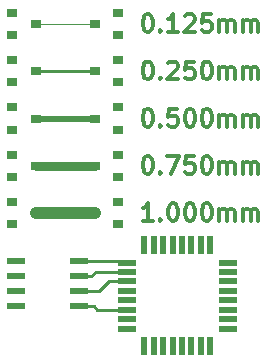
<source format=gbr>
G04 #@! TF.GenerationSoftware,KiCad,Pcbnew,no-vcs-found-01f5a12~58~ubuntu16.10.1*
G04 #@! TF.CreationDate,2017-04-19T13:18:18+03:00*
G04 #@! TF.ProjectId,cnc-test-pattern,636E632D746573742D7061747465726E,rev?*
G04 #@! TF.FileFunction,Copper,L1,Top,Signal*
G04 #@! TF.FilePolarity,Positive*
%FSLAX46Y46*%
G04 Gerber Fmt 4.6, Leading zero omitted, Abs format (unit mm)*
G04 Created by KiCad (PCBNEW no-vcs-found-01f5a12~58~ubuntu16.10.1) date Wed Apr 19 13:18:18 2017*
%MOMM*%
%LPD*%
G01*
G04 APERTURE LIST*
%ADD10C,0.100000*%
%ADD11C,0.300000*%
%ADD12R,1.550000X0.600000*%
%ADD13R,1.600000X0.550000*%
%ADD14R,0.550000X1.600000*%
%ADD15R,0.900000X0.800000*%
%ADD16C,0.250000*%
%ADD17C,0.500000*%
%ADD18C,1.000000*%
%ADD19C,0.750000*%
%ADD20C,0.125000*%
G04 APERTURE END LIST*
D10*
D11*
X13428571Y21821429D02*
X13571428Y21821429D01*
X13714285Y21750000D01*
X13785714Y21678572D01*
X13857142Y21535715D01*
X13928571Y21250000D01*
X13928571Y20892858D01*
X13857142Y20607143D01*
X13785714Y20464286D01*
X13714285Y20392858D01*
X13571428Y20321429D01*
X13428571Y20321429D01*
X13285714Y20392858D01*
X13214285Y20464286D01*
X13142857Y20607143D01*
X13071428Y20892858D01*
X13071428Y21250000D01*
X13142857Y21535715D01*
X13214285Y21678572D01*
X13285714Y21750000D01*
X13428571Y21821429D01*
X14571428Y20464286D02*
X14642857Y20392858D01*
X14571428Y20321429D01*
X14500000Y20392858D01*
X14571428Y20464286D01*
X14571428Y20321429D01*
X16000000Y21821429D02*
X15285714Y21821429D01*
X15214285Y21107143D01*
X15285714Y21178572D01*
X15428571Y21250000D01*
X15785714Y21250000D01*
X15928571Y21178572D01*
X16000000Y21107143D01*
X16071428Y20964286D01*
X16071428Y20607143D01*
X16000000Y20464286D01*
X15928571Y20392858D01*
X15785714Y20321429D01*
X15428571Y20321429D01*
X15285714Y20392858D01*
X15214285Y20464286D01*
X17000000Y21821429D02*
X17142857Y21821429D01*
X17285714Y21750000D01*
X17357142Y21678572D01*
X17428571Y21535715D01*
X17500000Y21250000D01*
X17500000Y20892858D01*
X17428571Y20607143D01*
X17357142Y20464286D01*
X17285714Y20392858D01*
X17142857Y20321429D01*
X17000000Y20321429D01*
X16857142Y20392858D01*
X16785714Y20464286D01*
X16714285Y20607143D01*
X16642857Y20892858D01*
X16642857Y21250000D01*
X16714285Y21535715D01*
X16785714Y21678572D01*
X16857142Y21750000D01*
X17000000Y21821429D01*
X18428571Y21821429D02*
X18571428Y21821429D01*
X18714285Y21750000D01*
X18785714Y21678572D01*
X18857142Y21535715D01*
X18928571Y21250000D01*
X18928571Y20892858D01*
X18857142Y20607143D01*
X18785714Y20464286D01*
X18714285Y20392858D01*
X18571428Y20321429D01*
X18428571Y20321429D01*
X18285714Y20392858D01*
X18214285Y20464286D01*
X18142857Y20607143D01*
X18071428Y20892858D01*
X18071428Y21250000D01*
X18142857Y21535715D01*
X18214285Y21678572D01*
X18285714Y21750000D01*
X18428571Y21821429D01*
X19571428Y20321429D02*
X19571428Y21321429D01*
X19571428Y21178572D02*
X19642857Y21250000D01*
X19785714Y21321429D01*
X20000000Y21321429D01*
X20142857Y21250000D01*
X20214285Y21107143D01*
X20214285Y20321429D01*
X20214285Y21107143D02*
X20285714Y21250000D01*
X20428571Y21321429D01*
X20642857Y21321429D01*
X20785714Y21250000D01*
X20857142Y21107143D01*
X20857142Y20321429D01*
X21571428Y20321429D02*
X21571428Y21321429D01*
X21571428Y21178572D02*
X21642857Y21250000D01*
X21785714Y21321429D01*
X22000000Y21321429D01*
X22142857Y21250000D01*
X22214285Y21107143D01*
X22214285Y20321429D01*
X22214285Y21107143D02*
X22285714Y21250000D01*
X22428571Y21321429D01*
X22642857Y21321429D01*
X22785714Y21250000D01*
X22857142Y21107143D01*
X22857142Y20321429D01*
X13928571Y12321429D02*
X13071428Y12321429D01*
X13500000Y12321429D02*
X13500000Y13821429D01*
X13357142Y13607143D01*
X13214285Y13464286D01*
X13071428Y13392858D01*
X14571428Y12464286D02*
X14642857Y12392858D01*
X14571428Y12321429D01*
X14500000Y12392858D01*
X14571428Y12464286D01*
X14571428Y12321429D01*
X15571428Y13821429D02*
X15714285Y13821429D01*
X15857142Y13750000D01*
X15928571Y13678572D01*
X16000000Y13535715D01*
X16071428Y13250000D01*
X16071428Y12892858D01*
X16000000Y12607143D01*
X15928571Y12464286D01*
X15857142Y12392858D01*
X15714285Y12321429D01*
X15571428Y12321429D01*
X15428571Y12392858D01*
X15357142Y12464286D01*
X15285714Y12607143D01*
X15214285Y12892858D01*
X15214285Y13250000D01*
X15285714Y13535715D01*
X15357142Y13678572D01*
X15428571Y13750000D01*
X15571428Y13821429D01*
X17000000Y13821429D02*
X17142857Y13821429D01*
X17285714Y13750000D01*
X17357142Y13678572D01*
X17428571Y13535715D01*
X17500000Y13250000D01*
X17500000Y12892858D01*
X17428571Y12607143D01*
X17357142Y12464286D01*
X17285714Y12392858D01*
X17142857Y12321429D01*
X17000000Y12321429D01*
X16857142Y12392858D01*
X16785714Y12464286D01*
X16714285Y12607143D01*
X16642857Y12892858D01*
X16642857Y13250000D01*
X16714285Y13535715D01*
X16785714Y13678572D01*
X16857142Y13750000D01*
X17000000Y13821429D01*
X18428571Y13821429D02*
X18571428Y13821429D01*
X18714285Y13750000D01*
X18785714Y13678572D01*
X18857142Y13535715D01*
X18928571Y13250000D01*
X18928571Y12892858D01*
X18857142Y12607143D01*
X18785714Y12464286D01*
X18714285Y12392858D01*
X18571428Y12321429D01*
X18428571Y12321429D01*
X18285714Y12392858D01*
X18214285Y12464286D01*
X18142857Y12607143D01*
X18071428Y12892858D01*
X18071428Y13250000D01*
X18142857Y13535715D01*
X18214285Y13678572D01*
X18285714Y13750000D01*
X18428571Y13821429D01*
X19571428Y12321429D02*
X19571428Y13321429D01*
X19571428Y13178572D02*
X19642857Y13250000D01*
X19785714Y13321429D01*
X20000000Y13321429D01*
X20142857Y13250000D01*
X20214285Y13107143D01*
X20214285Y12321429D01*
X20214285Y13107143D02*
X20285714Y13250000D01*
X20428571Y13321429D01*
X20642857Y13321429D01*
X20785714Y13250000D01*
X20857142Y13107143D01*
X20857142Y12321429D01*
X21571428Y12321429D02*
X21571428Y13321429D01*
X21571428Y13178572D02*
X21642857Y13250000D01*
X21785714Y13321429D01*
X22000000Y13321429D01*
X22142857Y13250000D01*
X22214285Y13107143D01*
X22214285Y12321429D01*
X22214285Y13107143D02*
X22285714Y13250000D01*
X22428571Y13321429D01*
X22642857Y13321429D01*
X22785714Y13250000D01*
X22857142Y13107143D01*
X22857142Y12321429D01*
X13428571Y17821429D02*
X13571428Y17821429D01*
X13714285Y17750000D01*
X13785714Y17678572D01*
X13857142Y17535715D01*
X13928571Y17250000D01*
X13928571Y16892858D01*
X13857142Y16607143D01*
X13785714Y16464286D01*
X13714285Y16392858D01*
X13571428Y16321429D01*
X13428571Y16321429D01*
X13285714Y16392858D01*
X13214285Y16464286D01*
X13142857Y16607143D01*
X13071428Y16892858D01*
X13071428Y17250000D01*
X13142857Y17535715D01*
X13214285Y17678572D01*
X13285714Y17750000D01*
X13428571Y17821429D01*
X14571428Y16464286D02*
X14642857Y16392858D01*
X14571428Y16321429D01*
X14500000Y16392858D01*
X14571428Y16464286D01*
X14571428Y16321429D01*
X15142857Y17821429D02*
X16142857Y17821429D01*
X15500000Y16321429D01*
X17428571Y17821429D02*
X16714285Y17821429D01*
X16642857Y17107143D01*
X16714285Y17178572D01*
X16857142Y17250000D01*
X17214285Y17250000D01*
X17357142Y17178572D01*
X17428571Y17107143D01*
X17500000Y16964286D01*
X17500000Y16607143D01*
X17428571Y16464286D01*
X17357142Y16392858D01*
X17214285Y16321429D01*
X16857142Y16321429D01*
X16714285Y16392858D01*
X16642857Y16464286D01*
X18428571Y17821429D02*
X18571428Y17821429D01*
X18714285Y17750000D01*
X18785714Y17678572D01*
X18857142Y17535715D01*
X18928571Y17250000D01*
X18928571Y16892858D01*
X18857142Y16607143D01*
X18785714Y16464286D01*
X18714285Y16392858D01*
X18571428Y16321429D01*
X18428571Y16321429D01*
X18285714Y16392858D01*
X18214285Y16464286D01*
X18142857Y16607143D01*
X18071428Y16892858D01*
X18071428Y17250000D01*
X18142857Y17535715D01*
X18214285Y17678572D01*
X18285714Y17750000D01*
X18428571Y17821429D01*
X19571428Y16321429D02*
X19571428Y17321429D01*
X19571428Y17178572D02*
X19642857Y17250000D01*
X19785714Y17321429D01*
X20000000Y17321429D01*
X20142857Y17250000D01*
X20214285Y17107143D01*
X20214285Y16321429D01*
X20214285Y17107143D02*
X20285714Y17250000D01*
X20428571Y17321429D01*
X20642857Y17321429D01*
X20785714Y17250000D01*
X20857142Y17107143D01*
X20857142Y16321429D01*
X21571428Y16321429D02*
X21571428Y17321429D01*
X21571428Y17178572D02*
X21642857Y17250000D01*
X21785714Y17321429D01*
X22000000Y17321429D01*
X22142857Y17250000D01*
X22214285Y17107143D01*
X22214285Y16321429D01*
X22214285Y17107143D02*
X22285714Y17250000D01*
X22428571Y17321429D01*
X22642857Y17321429D01*
X22785714Y17250000D01*
X22857142Y17107143D01*
X22857142Y16321429D01*
X13428571Y25821429D02*
X13571428Y25821429D01*
X13714285Y25750000D01*
X13785714Y25678572D01*
X13857142Y25535715D01*
X13928571Y25250000D01*
X13928571Y24892858D01*
X13857142Y24607143D01*
X13785714Y24464286D01*
X13714285Y24392858D01*
X13571428Y24321429D01*
X13428571Y24321429D01*
X13285714Y24392858D01*
X13214285Y24464286D01*
X13142857Y24607143D01*
X13071428Y24892858D01*
X13071428Y25250000D01*
X13142857Y25535715D01*
X13214285Y25678572D01*
X13285714Y25750000D01*
X13428571Y25821429D01*
X14571428Y24464286D02*
X14642857Y24392858D01*
X14571428Y24321429D01*
X14500000Y24392858D01*
X14571428Y24464286D01*
X14571428Y24321429D01*
X15214285Y25678572D02*
X15285714Y25750000D01*
X15428571Y25821429D01*
X15785714Y25821429D01*
X15928571Y25750000D01*
X16000000Y25678572D01*
X16071428Y25535715D01*
X16071428Y25392858D01*
X16000000Y25178572D01*
X15142857Y24321429D01*
X16071428Y24321429D01*
X17428571Y25821429D02*
X16714285Y25821429D01*
X16642857Y25107143D01*
X16714285Y25178572D01*
X16857142Y25250000D01*
X17214285Y25250000D01*
X17357142Y25178572D01*
X17428571Y25107143D01*
X17500000Y24964286D01*
X17500000Y24607143D01*
X17428571Y24464286D01*
X17357142Y24392858D01*
X17214285Y24321429D01*
X16857142Y24321429D01*
X16714285Y24392858D01*
X16642857Y24464286D01*
X18428571Y25821429D02*
X18571428Y25821429D01*
X18714285Y25750000D01*
X18785714Y25678572D01*
X18857142Y25535715D01*
X18928571Y25250000D01*
X18928571Y24892858D01*
X18857142Y24607143D01*
X18785714Y24464286D01*
X18714285Y24392858D01*
X18571428Y24321429D01*
X18428571Y24321429D01*
X18285714Y24392858D01*
X18214285Y24464286D01*
X18142857Y24607143D01*
X18071428Y24892858D01*
X18071428Y25250000D01*
X18142857Y25535715D01*
X18214285Y25678572D01*
X18285714Y25750000D01*
X18428571Y25821429D01*
X19571428Y24321429D02*
X19571428Y25321429D01*
X19571428Y25178572D02*
X19642857Y25250000D01*
X19785714Y25321429D01*
X20000000Y25321429D01*
X20142857Y25250000D01*
X20214285Y25107143D01*
X20214285Y24321429D01*
X20214285Y25107143D02*
X20285714Y25250000D01*
X20428571Y25321429D01*
X20642857Y25321429D01*
X20785714Y25250000D01*
X20857142Y25107143D01*
X20857142Y24321429D01*
X21571428Y24321429D02*
X21571428Y25321429D01*
X21571428Y25178572D02*
X21642857Y25250000D01*
X21785714Y25321429D01*
X22000000Y25321429D01*
X22142857Y25250000D01*
X22214285Y25107143D01*
X22214285Y24321429D01*
X22214285Y25107143D02*
X22285714Y25250000D01*
X22428571Y25321429D01*
X22642857Y25321429D01*
X22785714Y25250000D01*
X22857142Y25107143D01*
X22857142Y24321429D01*
X13428571Y29821429D02*
X13571428Y29821429D01*
X13714285Y29750000D01*
X13785714Y29678572D01*
X13857142Y29535715D01*
X13928571Y29250000D01*
X13928571Y28892858D01*
X13857142Y28607143D01*
X13785714Y28464286D01*
X13714285Y28392858D01*
X13571428Y28321429D01*
X13428571Y28321429D01*
X13285714Y28392858D01*
X13214285Y28464286D01*
X13142857Y28607143D01*
X13071428Y28892858D01*
X13071428Y29250000D01*
X13142857Y29535715D01*
X13214285Y29678572D01*
X13285714Y29750000D01*
X13428571Y29821429D01*
X14571428Y28464286D02*
X14642857Y28392858D01*
X14571428Y28321429D01*
X14500000Y28392858D01*
X14571428Y28464286D01*
X14571428Y28321429D01*
X16071428Y28321429D02*
X15214285Y28321429D01*
X15642857Y28321429D02*
X15642857Y29821429D01*
X15500000Y29607143D01*
X15357142Y29464286D01*
X15214285Y29392858D01*
X16642857Y29678572D02*
X16714285Y29750000D01*
X16857142Y29821429D01*
X17214285Y29821429D01*
X17357142Y29750000D01*
X17428571Y29678572D01*
X17500000Y29535715D01*
X17500000Y29392858D01*
X17428571Y29178572D01*
X16571428Y28321429D01*
X17500000Y28321429D01*
X18857142Y29821429D02*
X18142857Y29821429D01*
X18071428Y29107143D01*
X18142857Y29178572D01*
X18285714Y29250000D01*
X18642857Y29250000D01*
X18785714Y29178572D01*
X18857142Y29107143D01*
X18928571Y28964286D01*
X18928571Y28607143D01*
X18857142Y28464286D01*
X18785714Y28392858D01*
X18642857Y28321429D01*
X18285714Y28321429D01*
X18142857Y28392858D01*
X18071428Y28464286D01*
X19571428Y28321429D02*
X19571428Y29321429D01*
X19571428Y29178572D02*
X19642857Y29250000D01*
X19785714Y29321429D01*
X20000000Y29321429D01*
X20142857Y29250000D01*
X20214285Y29107143D01*
X20214285Y28321429D01*
X20214285Y29107143D02*
X20285714Y29250000D01*
X20428571Y29321429D01*
X20642857Y29321429D01*
X20785714Y29250000D01*
X20857142Y29107143D01*
X20857142Y28321429D01*
X21571428Y28321429D02*
X21571428Y29321429D01*
X21571428Y29178572D02*
X21642857Y29250000D01*
X21785714Y29321429D01*
X22000000Y29321429D01*
X22142857Y29250000D01*
X22214285Y29107143D01*
X22214285Y28321429D01*
X22214285Y29107143D02*
X22285714Y29250000D01*
X22428571Y29321429D01*
X22642857Y29321429D01*
X22785714Y29250000D01*
X22857142Y29107143D01*
X22857142Y28321429D01*
D12*
X2300000Y8905000D03*
X2300000Y7635000D03*
X2300000Y6365000D03*
X2300000Y5095000D03*
X7700000Y5095000D03*
X7700000Y6365000D03*
X7700000Y7635000D03*
X7700000Y8905000D03*
D13*
X11750000Y8800000D03*
X11750000Y8000000D03*
X11750000Y7200000D03*
X11750000Y6400000D03*
X11750000Y5600000D03*
X11750000Y4800000D03*
X11750000Y4000000D03*
X11750000Y3200000D03*
D14*
X13200000Y1750000D03*
X14000000Y1750000D03*
X14800000Y1750000D03*
X15600000Y1750000D03*
X16400000Y1750000D03*
X17200000Y1750000D03*
X18000000Y1750000D03*
X18800000Y1750000D03*
D13*
X20250000Y3200000D03*
X20250000Y4000000D03*
X20250000Y4800000D03*
X20250000Y5600000D03*
X20250000Y6400000D03*
X20250000Y7200000D03*
X20250000Y8000000D03*
X20250000Y8800000D03*
D14*
X18800000Y10250000D03*
X18000000Y10250000D03*
X17200000Y10250000D03*
X16400000Y10250000D03*
X15600000Y10250000D03*
X14800000Y10250000D03*
X14000000Y10250000D03*
X13200000Y10250000D03*
D15*
X11000000Y20050000D03*
X11000000Y21950000D03*
X9000000Y21000000D03*
X4000000Y21000000D03*
X2000000Y20050000D03*
X2000000Y21950000D03*
X11000000Y12050000D03*
X11000000Y13950000D03*
X9000000Y13000000D03*
X4000000Y13000000D03*
X2000000Y12050000D03*
X2000000Y13950000D03*
X2000000Y17950000D03*
X2000000Y16050000D03*
X4000000Y17000000D03*
X9000000Y17000000D03*
X11000000Y17950000D03*
X11000000Y16050000D03*
X11000000Y28050000D03*
X11000000Y29950000D03*
X9000000Y29000000D03*
X4000000Y29000000D03*
X2000000Y28050000D03*
X2000000Y29950000D03*
X9000000Y25000000D03*
X11000000Y25950000D03*
X11000000Y24050000D03*
X2000000Y25950000D03*
X2000000Y24050000D03*
X4000000Y25000000D03*
D16*
X7700000Y5095000D02*
X8905000Y5095000D01*
X8905000Y5095000D02*
X9200000Y4800000D01*
X9200000Y4800000D02*
X11750000Y4800000D01*
X9365000Y6365000D02*
X10200000Y7200000D01*
X10200000Y7200000D02*
X11750000Y7200000D01*
X7700000Y6365000D02*
X9365000Y6365000D01*
X9090000Y8000000D02*
X11750000Y8000000D01*
X7700000Y7635000D02*
X8725000Y7635000D01*
X8725000Y7635000D02*
X9090000Y8000000D01*
X7700000Y8905000D02*
X11645000Y8905000D01*
X11645000Y8905000D02*
X11750000Y8800000D01*
D17*
X4000000Y21000000D02*
X9000000Y21000000D01*
D18*
X4000000Y13000000D02*
X9000000Y13000000D01*
D19*
X4000000Y17000000D02*
X9000000Y17000000D01*
D20*
X4000000Y29000000D02*
X9000000Y29000000D01*
D16*
X4000000Y25000000D02*
X9000000Y25000000D01*
M02*

</source>
